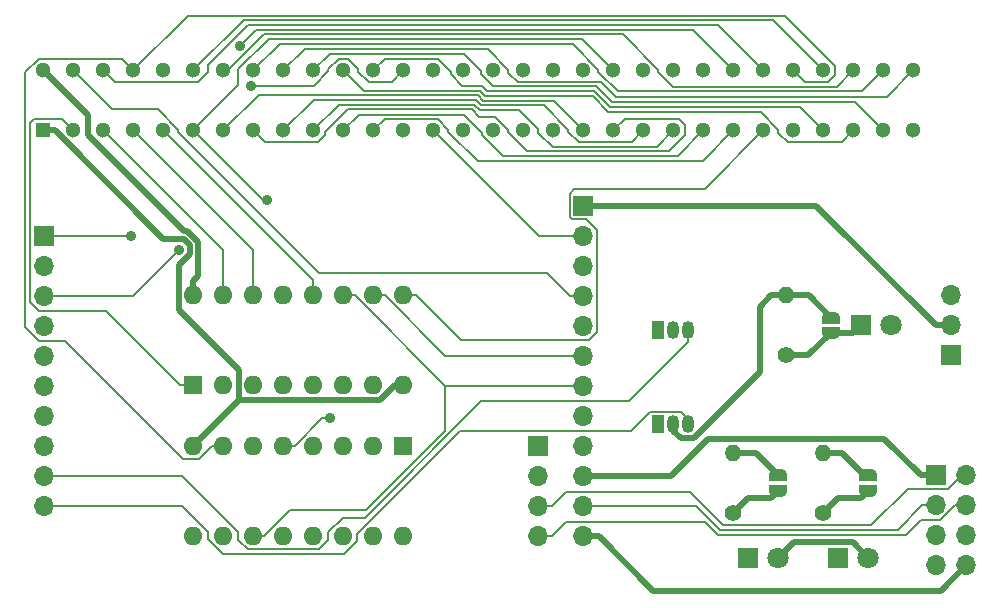
<source format=gtl>
G04 #@! TF.GenerationSoftware,KiCad,Pcbnew,(6.0.9)*
G04 #@! TF.CreationDate,2022-12-17T09:54:21+09:00*
G04 #@! TF.ProjectId,hat-prot-02,6861742d-7072-46f7-942d-30322e6b6963,rev?*
G04 #@! TF.SameCoordinates,PX5f5e100PY5f5e100*
G04 #@! TF.FileFunction,Copper,L1,Top*
G04 #@! TF.FilePolarity,Positive*
%FSLAX46Y46*%
G04 Gerber Fmt 4.6, Leading zero omitted, Abs format (unit mm)*
G04 Created by KiCad (PCBNEW (6.0.9)) date 2022-12-17 09:54:21*
%MOMM*%
%LPD*%
G01*
G04 APERTURE LIST*
G04 Aperture macros list*
%AMFreePoly0*
4,1,22,0.500000,-0.750000,0.000000,-0.750000,0.000000,-0.745033,-0.079941,-0.743568,-0.215256,-0.701293,-0.333266,-0.622738,-0.424486,-0.514219,-0.481581,-0.384460,-0.499164,-0.250000,-0.500000,-0.250000,-0.500000,0.250000,-0.499164,0.250000,-0.499963,0.256109,-0.478152,0.396186,-0.417904,0.524511,-0.324060,0.630769,-0.204165,0.706417,-0.067858,0.745374,0.000000,0.744959,0.000000,0.750000,
0.500000,0.750000,0.500000,-0.750000,0.500000,-0.750000,$1*%
%AMFreePoly1*
4,1,20,0.000000,0.744959,0.073905,0.744508,0.209726,0.703889,0.328688,0.626782,0.421226,0.519385,0.479903,0.390333,0.500000,0.250000,0.500000,-0.250000,0.499851,-0.262216,0.476331,-0.402017,0.414519,-0.529596,0.319384,-0.634700,0.198574,-0.708877,0.061801,-0.746166,0.000000,-0.745033,0.000000,-0.750000,-0.500000,-0.750000,-0.500000,0.750000,0.000000,0.750000,0.000000,0.744959,
0.000000,0.744959,$1*%
G04 Aperture macros list end*
G04 #@! TA.AperFunction,ComponentPad*
%ADD10R,1.700000X1.700000*%
G04 #@! TD*
G04 #@! TA.AperFunction,ComponentPad*
%ADD11O,1.700000X1.700000*%
G04 #@! TD*
G04 #@! TA.AperFunction,SMDPad,CuDef*
%ADD12FreePoly0,90.000000*%
G04 #@! TD*
G04 #@! TA.AperFunction,SMDPad,CuDef*
%ADD13FreePoly1,90.000000*%
G04 #@! TD*
G04 #@! TA.AperFunction,ComponentPad*
%ADD14R,1.800000X1.800000*%
G04 #@! TD*
G04 #@! TA.AperFunction,ComponentPad*
%ADD15C,1.800000*%
G04 #@! TD*
G04 #@! TA.AperFunction,ComponentPad*
%ADD16C,1.400000*%
G04 #@! TD*
G04 #@! TA.AperFunction,ComponentPad*
%ADD17O,1.400000X1.400000*%
G04 #@! TD*
G04 #@! TA.AperFunction,ComponentPad*
%ADD18R,1.050000X1.500000*%
G04 #@! TD*
G04 #@! TA.AperFunction,ComponentPad*
%ADD19O,1.050000X1.500000*%
G04 #@! TD*
G04 #@! TA.AperFunction,ComponentPad*
%ADD20R,1.300000X1.300000*%
G04 #@! TD*
G04 #@! TA.AperFunction,ComponentPad*
%ADD21C,1.300000*%
G04 #@! TD*
G04 #@! TA.AperFunction,ComponentPad*
%ADD22R,1.600000X1.600000*%
G04 #@! TD*
G04 #@! TA.AperFunction,ComponentPad*
%ADD23O,1.600000X1.600000*%
G04 #@! TD*
G04 #@! TA.AperFunction,ViaPad*
%ADD24C,0.900000*%
G04 #@! TD*
G04 #@! TA.AperFunction,Conductor*
%ADD25C,0.500000*%
G04 #@! TD*
G04 #@! TA.AperFunction,Conductor*
%ADD26C,0.200000*%
G04 #@! TD*
G04 APERTURE END LIST*
D10*
X84455000Y11430000D03*
D11*
X86995000Y11430000D03*
X84455000Y8890000D03*
X86995000Y8890000D03*
X84455000Y6350000D03*
X86995000Y6350000D03*
X84455000Y3810000D03*
X86995000Y3810000D03*
D12*
X75565000Y23495000D03*
D13*
X75565000Y24795000D03*
D10*
X85725000Y21590000D03*
D11*
X85725000Y24130000D03*
X85725000Y26670000D03*
D14*
X68580000Y4445000D03*
D15*
X71120000Y4445000D03*
D16*
X71755000Y21590000D03*
D17*
X71755000Y26670000D03*
D18*
X60960000Y15790000D03*
D19*
X62230000Y15790000D03*
X63500000Y15790000D03*
D16*
X74930000Y8255000D03*
D17*
X74930000Y13335000D03*
D14*
X78105000Y24130000D03*
D15*
X80645000Y24130000D03*
D20*
X8890000Y40640000D03*
D21*
X11430000Y40640000D03*
X13970000Y40640000D03*
X16510000Y40640000D03*
X19050000Y40640000D03*
X21590000Y40640000D03*
X24130000Y40640000D03*
X26670000Y40640000D03*
X29210000Y40640000D03*
X31750000Y40640000D03*
X34290000Y40640000D03*
X36830000Y40640000D03*
X39370000Y40640000D03*
X41910000Y40640000D03*
X44450000Y40640000D03*
X46990000Y40640000D03*
X49530000Y40640000D03*
X52070000Y40640000D03*
X54610000Y40640000D03*
X57150000Y40640000D03*
X59690000Y40640000D03*
X62230000Y40640000D03*
X64770000Y40640000D03*
X67310000Y40640000D03*
X69850000Y40640000D03*
X72390000Y40640000D03*
X74930000Y40640000D03*
X77470000Y40640000D03*
X80010000Y40640000D03*
X82550000Y40640000D03*
X8890000Y45720000D03*
X11430000Y45720000D03*
X13970000Y45720000D03*
X16510000Y45720000D03*
X19050000Y45720000D03*
X21590000Y45720000D03*
X24130000Y45720000D03*
X26670000Y45720000D03*
X29210000Y45720000D03*
X31750000Y45720000D03*
X34290000Y45720000D03*
X36830000Y45720000D03*
X39370000Y45720000D03*
X41910000Y45720000D03*
X44450000Y45720000D03*
X46990000Y45720000D03*
X49530000Y45720000D03*
X52070000Y45720000D03*
X54610000Y45720000D03*
X57150000Y45720000D03*
X59690000Y45720000D03*
X62230000Y45720000D03*
X64770000Y45720000D03*
X67310000Y45720000D03*
X69850000Y45720000D03*
X72390000Y45720000D03*
X74930000Y45720000D03*
X77470000Y45720000D03*
X80010000Y45720000D03*
X82550000Y45720000D03*
D12*
X71120000Y10130000D03*
D13*
X71120000Y11430000D03*
D18*
X60960000Y23770000D03*
D19*
X62230000Y23770000D03*
X63500000Y23770000D03*
D16*
X67310000Y8255000D03*
D17*
X67310000Y13335000D03*
D22*
X21590000Y19050000D03*
D23*
X24130000Y19050000D03*
X26670000Y19050000D03*
X29210000Y19050000D03*
X31750000Y19050000D03*
X34290000Y19050000D03*
X36830000Y19050000D03*
X39370000Y19050000D03*
X39370000Y26670000D03*
X36830000Y26670000D03*
X34290000Y26670000D03*
X31750000Y26670000D03*
X29210000Y26670000D03*
X26670000Y26670000D03*
X24130000Y26670000D03*
X21590000Y26670000D03*
D12*
X78740000Y10130000D03*
D13*
X78740000Y11430000D03*
D22*
X39355000Y13960000D03*
D23*
X36815000Y13960000D03*
X34275000Y13960000D03*
X31735000Y13960000D03*
X29195000Y13960000D03*
X26655000Y13960000D03*
X24115000Y13960000D03*
X21575000Y13960000D03*
X21575000Y6340000D03*
X24115000Y6340000D03*
X26655000Y6340000D03*
X29195000Y6340000D03*
X31735000Y6340000D03*
X34275000Y6340000D03*
X36815000Y6340000D03*
X39355000Y6340000D03*
D14*
X76200000Y4445000D03*
D15*
X78740000Y4445000D03*
D10*
X8915000Y31720000D03*
D11*
X8915000Y29180000D03*
X8915000Y26640000D03*
X8915000Y24100000D03*
X8915000Y21560000D03*
X8915000Y19020000D03*
X8915000Y16480000D03*
X8915000Y13940000D03*
X8915000Y11400000D03*
X8915000Y8860000D03*
D10*
X54585000Y34270000D03*
D11*
X54585000Y31730000D03*
X54585000Y29190000D03*
X54585000Y26650000D03*
X54585000Y24110000D03*
X54585000Y21570000D03*
X54585000Y19030000D03*
X54585000Y16490000D03*
X54585000Y13950000D03*
X54585000Y11410000D03*
X54585000Y8870000D03*
X54585000Y6330000D03*
D10*
X50800000Y13960000D03*
D11*
X50800000Y11420000D03*
X50800000Y8880000D03*
X50800000Y6340000D03*
D24*
X25513700Y47786400D03*
X27820300Y34794500D03*
X16331900Y31720000D03*
X26500000Y44397900D03*
X20402200Y30558400D03*
X33168600Y16267800D03*
D25*
X60527900Y1687200D02*
X84872200Y1687200D01*
X39370000Y19050000D02*
X38666900Y19050000D01*
X25414900Y20367000D02*
X20333300Y25448600D01*
X19034100Y31458500D02*
X9852600Y40640000D01*
X9852600Y40640000D02*
X8890000Y40640000D01*
X20333300Y25448600D02*
X20333300Y29216500D01*
X37416800Y17799900D02*
X25414900Y17799900D01*
X54585000Y6330000D02*
X55885100Y6330000D01*
X76493400Y13335000D02*
X74930000Y13335000D01*
X20333300Y29216500D02*
X21302300Y30185500D01*
X55885100Y6330000D02*
X60527900Y1687200D01*
X38666900Y19050000D02*
X37416800Y17799900D01*
X21302300Y30931300D02*
X20775100Y31458500D01*
X84872200Y1687200D02*
X86995000Y3810000D01*
X78398400Y11430000D02*
X76493400Y13335000D01*
X21575000Y13960000D02*
X25414900Y17799900D01*
X20775100Y31458500D02*
X19034100Y31458500D01*
X21302300Y30185500D02*
X21302300Y30931300D01*
X78740000Y11430000D02*
X78398400Y11430000D01*
X25414900Y17799900D02*
X25414900Y20367000D01*
D26*
X8552600Y25370000D02*
X7764800Y26157800D01*
X25513700Y47786400D02*
X26898600Y49171300D01*
X7764800Y26157800D02*
X7764800Y41253500D01*
X21590000Y19050000D02*
X20489900Y19050000D01*
X20489900Y19050000D02*
X14169900Y25370000D01*
X10457300Y41612700D02*
X11430000Y40640000D01*
X14169900Y25370000D02*
X8552600Y25370000D01*
X7764800Y41253500D02*
X8124000Y41612700D01*
X63858700Y49171300D02*
X67310000Y45720000D01*
X26898600Y49171300D02*
X63858700Y49171300D01*
X8124000Y41612700D02*
X10457300Y41612700D01*
X24130000Y30480000D02*
X13970000Y40640000D01*
X24130000Y26670000D02*
X24130000Y30480000D01*
X26670000Y30480000D02*
X16510000Y40640000D01*
X26670000Y26670000D02*
X26670000Y27770100D01*
X26670000Y27770100D02*
X26670000Y30480000D01*
X31750000Y26670000D02*
X31750000Y27940000D01*
X31750000Y27940000D02*
X19050000Y40640000D01*
X21590000Y40640000D02*
X27435500Y34794500D01*
X25400100Y45812000D02*
X25400100Y44450100D01*
X54498900Y48371100D02*
X27959200Y48371100D01*
X27959200Y48371100D02*
X25400100Y45812000D01*
X57150000Y45720000D02*
X54498900Y48371100D01*
X25400100Y44450100D02*
X21590000Y40640000D01*
X27435500Y34794500D02*
X27820300Y34794500D01*
X24130000Y40640000D02*
X27109800Y43619800D01*
X45690300Y43619800D02*
X46140700Y43169400D01*
X27109800Y43619800D02*
X45690300Y43619800D01*
X52080600Y43169400D02*
X54610000Y40640000D01*
X46140700Y43169400D02*
X52080600Y43169400D01*
X34646400Y42419500D02*
X45193300Y42419500D01*
X49862600Y38877700D02*
X61820500Y38877700D01*
X32700700Y40473800D02*
X34646400Y42419500D01*
X45193300Y42419500D02*
X45794200Y41818600D01*
X63209500Y40266700D02*
X63209500Y41106100D01*
X32152300Y39667600D02*
X32700700Y40216000D01*
X62680800Y41634800D02*
X58144800Y41634800D01*
X45794200Y41818600D02*
X47161000Y41818600D01*
X32700700Y40216000D02*
X32700700Y40473800D01*
X48260000Y40719600D02*
X48260000Y40480300D01*
X27642400Y39667600D02*
X32152300Y39667600D01*
X47161000Y41818600D02*
X48260000Y40719600D01*
X48260000Y40480300D02*
X49862600Y38877700D01*
X61820500Y38877700D02*
X63209500Y40266700D01*
X58144800Y41634800D02*
X57150000Y40640000D01*
X26670000Y40640000D02*
X27642400Y39667600D01*
X63209500Y41106100D02*
X62680800Y41634800D01*
X53340100Y40718700D02*
X53340100Y40550900D01*
X53340100Y40550900D02*
X54213100Y39677900D01*
X45975000Y42769300D02*
X51289500Y42769300D01*
X58727900Y39677900D02*
X59690000Y40640000D01*
X51289500Y42769300D02*
X53340100Y40718700D01*
X54213100Y39677900D02*
X58727900Y39677900D01*
X31789700Y43219700D02*
X45524600Y43219700D01*
X29210000Y40640000D02*
X31789700Y43219700D01*
X45524600Y43219700D02*
X45975000Y42769300D01*
X49155200Y42369200D02*
X50800000Y40724400D01*
X50800000Y40465600D02*
X51987800Y39277800D01*
X31750000Y40640000D02*
X33929600Y42819600D01*
X60867800Y39277800D02*
X62230000Y40640000D01*
X51987800Y39277800D02*
X60867800Y39277800D01*
X45809300Y42369200D02*
X49155200Y42369200D01*
X50800000Y40724400D02*
X50800000Y40465600D01*
X33929600Y42819600D02*
X45358900Y42819600D01*
X45358900Y42819600D02*
X45809300Y42369200D01*
X35641400Y41991400D02*
X44491800Y41991400D01*
X62607600Y38477600D02*
X64770000Y40640000D01*
X34290000Y40640000D02*
X35641400Y41991400D01*
X44491800Y41991400D02*
X46039900Y40443300D01*
X46039900Y40443300D02*
X46039900Y40246500D01*
X47808800Y38477600D02*
X62607600Y38477600D01*
X46039900Y40246500D02*
X47808800Y38477600D01*
X42870500Y21570000D02*
X37770500Y26670000D01*
X54585000Y21570000D02*
X42870500Y21570000D01*
X37770500Y26670000D02*
X36830000Y26670000D01*
X27558300Y6340000D02*
X29759800Y8541500D01*
X26655000Y6340000D02*
X27558300Y6340000D01*
X35253900Y26670000D02*
X34290000Y26670000D01*
X42893900Y15201100D02*
X42893900Y19030000D01*
X29759800Y8541500D02*
X36234300Y8541500D01*
X36234300Y8541500D02*
X42893900Y15201100D01*
X42893900Y19030000D02*
X35253900Y26670000D01*
X54585000Y19030000D02*
X42893900Y19030000D01*
X37781300Y41591300D02*
X42307500Y41591300D01*
X43180000Y40551800D02*
X45654300Y38077500D01*
X36830000Y40640000D02*
X37781300Y41591300D01*
X43180000Y40718800D02*
X43180000Y40551800D01*
X45654300Y38077500D02*
X64747500Y38077500D01*
X42307500Y41591300D02*
X43180000Y40718800D01*
X64747500Y38077500D02*
X67310000Y40640000D01*
X55041600Y22912600D02*
X55735800Y23606800D01*
X39370000Y26670000D02*
X40470100Y26670000D01*
X53605400Y33110000D02*
X53434200Y33281200D01*
X53831700Y35651200D02*
X64861200Y35651200D01*
X64861200Y35651200D02*
X69850000Y40640000D01*
X54843000Y33110000D02*
X53605400Y33110000D01*
X53434200Y35253700D02*
X53831700Y35651200D01*
X55735800Y23606800D02*
X55735800Y32217200D01*
X53434200Y33281200D02*
X53434200Y35253700D01*
X40470100Y26670000D02*
X44227500Y22912600D01*
X55735800Y32217200D02*
X54843000Y33110000D01*
X44227500Y22912600D02*
X55041600Y22912600D01*
D25*
X67310000Y8255000D02*
X68580000Y9525000D01*
X70515000Y9525000D02*
X71120000Y10130000D01*
X68580000Y9525000D02*
X70515000Y9525000D01*
X77470000Y23495000D02*
X75565000Y23495000D01*
X78105000Y24130000D02*
X77470000Y23495000D01*
X71755000Y21590000D02*
X73660000Y21590000D01*
X73660000Y21590000D02*
X75565000Y23495000D01*
X22002400Y28332500D02*
X22002400Y31221400D01*
X78740000Y4445000D02*
X77389800Y5795200D01*
X21590000Y27920100D02*
X22002400Y28332500D01*
X21590000Y26670000D02*
X21590000Y27920100D01*
X12700000Y41910000D02*
X8890000Y45720000D01*
X72470200Y5795200D02*
X71120000Y4445000D01*
X22002400Y31221400D02*
X21065200Y32158600D01*
X12700000Y40257100D02*
X12700000Y41910000D01*
X20798500Y32158600D02*
X12700000Y40257100D01*
X77389800Y5795200D02*
X72470200Y5795200D01*
X21065200Y32158600D02*
X20798500Y32158600D01*
D26*
X35560000Y45633300D02*
X35560000Y45832600D01*
X33923400Y46711400D02*
X33020000Y45808000D01*
X33020000Y45808000D02*
X33020000Y45641000D01*
X36444800Y44748500D02*
X35560000Y45633300D01*
X34681200Y46711400D02*
X33923400Y46711400D01*
X33020000Y45641000D02*
X31776900Y44397900D01*
X31776900Y44397900D02*
X26500000Y44397900D01*
X39370000Y45720000D02*
X38398500Y44748500D01*
X35560000Y45832600D02*
X34681200Y46711400D01*
X8915000Y31720000D02*
X16331900Y31720000D01*
X38398500Y44748500D02*
X36444800Y44748500D01*
X36830000Y45720000D02*
X37799500Y46689500D01*
X46472100Y43969600D02*
X55542300Y43969600D01*
X43389200Y45387200D02*
X44356400Y44420000D01*
X56893100Y42618800D02*
X72951200Y42618800D01*
X55542300Y43969600D02*
X56893100Y42618800D01*
X42292900Y46689500D02*
X43389200Y45593200D01*
X72951200Y42618800D02*
X74930000Y40640000D01*
X37799500Y46689500D02*
X42292900Y46689500D01*
X43389200Y45593200D02*
X43389200Y45387200D01*
X46021700Y44420000D02*
X46472100Y43969600D01*
X44356400Y44420000D02*
X46021700Y44420000D01*
X71120000Y40718100D02*
X71120000Y40461000D01*
X56727400Y42218700D02*
X69619400Y42218700D01*
X55376600Y43569500D02*
X56727400Y42218700D01*
X34290000Y45720000D02*
X35990100Y44019900D01*
X76511800Y39681800D02*
X77470000Y40640000D01*
X35990100Y44019900D02*
X45856000Y44019900D01*
X46306400Y43569500D02*
X55376600Y43569500D01*
X16483800Y26640000D02*
X20402200Y30558400D01*
X71899200Y39681800D02*
X76511800Y39681800D01*
X8915000Y26640000D02*
X16483800Y26640000D01*
X45856000Y44019900D02*
X46306400Y43569500D01*
X71120000Y40461000D02*
X71899200Y39681800D01*
X69619400Y42218700D02*
X71120000Y40718100D01*
X55708000Y44369700D02*
X57058800Y43018900D01*
X46991000Y44369700D02*
X55708000Y44369700D01*
X31750000Y45720000D02*
X33141600Y47111600D01*
X44501700Y47111600D02*
X45944300Y45669000D01*
X45944300Y45669000D02*
X45944300Y45416400D01*
X45944300Y45416400D02*
X46991000Y44369700D01*
X33141600Y47111600D02*
X44501700Y47111600D01*
X77631100Y43018900D02*
X80010000Y40640000D01*
X57058800Y43018900D02*
X77631100Y43018900D01*
X26237600Y49571400D02*
X65998600Y49571400D01*
X65998600Y49571400D02*
X69850000Y45720000D01*
X13970000Y45720000D02*
X14933300Y44756700D01*
X21998200Y44756700D02*
X22860000Y45618500D01*
X22860000Y45618500D02*
X22860000Y46193800D01*
X22860000Y46193800D02*
X26237600Y49571400D01*
X14933300Y44756700D02*
X21998200Y44756700D01*
X71665600Y50371600D02*
X21161600Y50371600D01*
X23152400Y13960000D02*
X22045500Y12853100D01*
X7325200Y24025400D02*
X7325200Y45560300D01*
X20700600Y12853100D02*
X10723700Y22830000D01*
X73340200Y44769800D02*
X75346300Y44769800D01*
X8520600Y22830000D02*
X7325200Y24025400D01*
X10723700Y22830000D02*
X8520600Y22830000D01*
X75933300Y45356800D02*
X75933300Y46103900D01*
X72390000Y45720000D02*
X73340200Y44769800D01*
X75933300Y46103900D02*
X71665600Y50371600D01*
X8474100Y46709200D02*
X15520800Y46709200D01*
X7325200Y45560300D02*
X8474100Y46709200D01*
X15520800Y46709200D02*
X16510000Y45720000D01*
X24115000Y13960000D02*
X23152400Y13960000D01*
X22045500Y12853100D02*
X20700600Y12853100D01*
X21161600Y50371600D02*
X16510000Y45720000D01*
X75346300Y44769800D02*
X75933300Y45356800D01*
X25841500Y49971500D02*
X70678500Y49971500D01*
X70678500Y49971500D02*
X74930000Y45720000D01*
X21590000Y45720000D02*
X25841500Y49971500D01*
X24508000Y45720000D02*
X27559200Y48771200D01*
X60960000Y45798400D02*
X60960000Y45591300D01*
X57987200Y48771200D02*
X60960000Y45798400D01*
X76092600Y44342600D02*
X77470000Y45720000D01*
X24130000Y45720000D02*
X24508000Y45720000D01*
X60960000Y45591300D02*
X62208700Y44342600D01*
X62208700Y44342600D02*
X76092600Y44342600D01*
X27559200Y48771200D02*
X57987200Y48771200D01*
X28921000Y47971000D02*
X26670000Y45720000D01*
X55880000Y45610200D02*
X55880000Y45793800D01*
X78232500Y43942500D02*
X57547700Y43942500D01*
X57547700Y43942500D02*
X55880000Y45610200D01*
X53702800Y47971000D02*
X28921000Y47971000D01*
X80010000Y45720000D02*
X78232500Y43942500D01*
X55880000Y45793800D02*
X53702800Y47971000D01*
X56073600Y44769800D02*
X57340000Y43503400D01*
X46538800Y47515700D02*
X48260100Y45794400D01*
X80333400Y43503400D02*
X82550000Y45720000D01*
X57340000Y43503400D02*
X80333400Y43503400D01*
X48260100Y45538100D02*
X49028400Y44769800D01*
X31005700Y47515700D02*
X46538800Y47515700D01*
X48260100Y45794400D02*
X48260100Y45538100D01*
X29210000Y45720000D02*
X31005700Y47515700D01*
X49028400Y44769800D02*
X56073600Y44769800D01*
D25*
X76200000Y9525000D02*
X78135000Y9525000D01*
X74930000Y8255000D02*
X76200000Y9525000D01*
X78135000Y9525000D02*
X78740000Y10130000D01*
D26*
X36108000Y7849500D02*
X45953400Y17694900D01*
X32220800Y5193700D02*
X33005000Y5977900D01*
X26191900Y5193700D02*
X32220800Y5193700D01*
X20613400Y11400000D02*
X25385000Y6628400D01*
X34208000Y7849500D02*
X36108000Y7849500D01*
X25385000Y6000600D02*
X26191900Y5193700D01*
X33005000Y5977900D02*
X33005000Y6646500D01*
X8915000Y11400000D02*
X20613400Y11400000D01*
X45953400Y17694900D02*
X58475000Y17694900D01*
X33005000Y6646500D02*
X34208000Y7849500D01*
X63500000Y23770000D02*
X63500000Y22719900D01*
X58475000Y17694900D02*
X63500000Y22719900D01*
X25385000Y6628400D02*
X25385000Y6000600D01*
X63500000Y16205100D02*
X62865000Y16840100D01*
X60250100Y16840100D02*
X58630000Y15220000D01*
X62865000Y16840100D02*
X60250100Y16840100D01*
X22845000Y6646600D02*
X20631600Y8860000D01*
X22845000Y6031000D02*
X22845000Y6646600D01*
X35403500Y6487600D02*
X35403500Y5847600D01*
X24082400Y4793600D02*
X22845000Y6031000D01*
X44135900Y15220000D02*
X35403500Y6487600D01*
X35403500Y5847600D02*
X34349500Y4793600D01*
X34349500Y4793600D02*
X24082400Y4793600D01*
X20631600Y8860000D02*
X8915000Y8860000D01*
X63500000Y15790000D02*
X63500000Y16205100D01*
X58630000Y15220000D02*
X44135900Y15220000D01*
D25*
X55885100Y11410000D02*
X61991100Y11410000D01*
X84455000Y11430000D02*
X83154900Y11430000D01*
X54585000Y11410000D02*
X55885100Y11410000D01*
X80050600Y14534300D02*
X83154900Y11430000D01*
X65115400Y14534300D02*
X80050600Y14534300D01*
X61991100Y11410000D02*
X65115400Y14534300D01*
D26*
X66204300Y6814800D02*
X81229700Y6814800D01*
X81229700Y6814800D02*
X83304900Y8890000D01*
X84455000Y8890000D02*
X83304900Y8890000D01*
X54585000Y8870000D02*
X64149100Y8870000D01*
X64149100Y8870000D02*
X66204300Y6814800D01*
D25*
X74284900Y34270000D02*
X84424900Y24130000D01*
X85725000Y24130000D02*
X84424900Y24130000D01*
X54585000Y34270000D02*
X74284900Y34270000D01*
D26*
X50820000Y31730000D02*
X41910000Y40640000D01*
X54585000Y31730000D02*
X50820000Y31730000D01*
X51509200Y28575700D02*
X32236200Y28575700D01*
X18609000Y42433900D02*
X14716100Y42433900D01*
X20320000Y40491900D02*
X20320000Y40722900D01*
X53434900Y26650000D02*
X51509200Y28575700D01*
X20320000Y40722900D02*
X18609000Y42433900D01*
X32236200Y28575700D02*
X20320000Y40491900D01*
X54585000Y26650000D02*
X53434900Y26650000D01*
X14716100Y42433900D02*
X11430000Y45720000D01*
X83149400Y7620000D02*
X81944100Y6414700D01*
X86083200Y8890000D02*
X84813200Y7620000D01*
X86995000Y8890000D02*
X86083200Y8890000D01*
X66038600Y6414700D02*
X64939100Y7514200D01*
X84813200Y7620000D02*
X83149400Y7620000D01*
X64939100Y7514200D02*
X53124300Y7514200D01*
X51950100Y6340000D02*
X50800000Y6340000D01*
X53124300Y7514200D02*
X51950100Y6340000D01*
X81944100Y6414700D02*
X66038600Y6414700D01*
X53143200Y10073100D02*
X51950100Y8880000D01*
X66452600Y7215000D02*
X63594500Y10073100D01*
X51950100Y8880000D02*
X50800000Y8880000D01*
X86658200Y11430000D02*
X85508000Y10279800D01*
X86995000Y11430000D02*
X86658200Y11430000D01*
X85508000Y10279800D02*
X82060000Y10279800D01*
X82060000Y10279800D02*
X78995200Y7215000D01*
X78995200Y7215000D02*
X66452600Y7215000D01*
X63594500Y10073100D02*
X53143200Y10073100D01*
D25*
X69215000Y13335000D02*
X71120000Y11430000D01*
X67310000Y13335000D02*
X69215000Y13335000D01*
X62230000Y15790000D02*
X62230000Y15224900D01*
X69530200Y20173800D02*
X69530200Y25715200D01*
X62230000Y15224900D02*
X62865000Y14589900D01*
X70485000Y26670000D02*
X71755000Y26670000D01*
X62865000Y14589900D02*
X63946300Y14589900D01*
X73690000Y26670000D02*
X75565000Y24795000D01*
X63946300Y14589900D02*
X69530200Y20173800D01*
X69530200Y25715200D02*
X70485000Y26670000D01*
X71755000Y26670000D02*
X73690000Y26670000D01*
D26*
X29195000Y13960000D02*
X30157600Y13960000D01*
X32465400Y16267800D02*
X33168600Y16267800D01*
X30157600Y13960000D02*
X32465400Y16267800D01*
M02*

</source>
